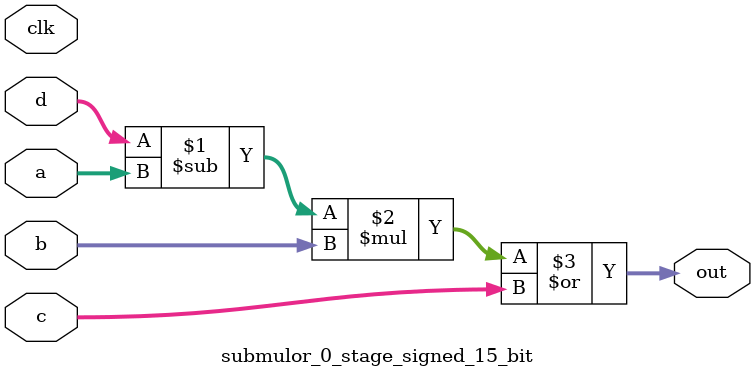
<source format=sv>
(* use_dsp = "yes" *) module submulor_0_stage_signed_15_bit(
	input signed [14:0] a,
	input signed [14:0] b,
	input signed [14:0] c,
	input signed [14:0] d,
	output [14:0] out,
	input clk);

	assign out = ((d - a) * b) | c;
endmodule

</source>
